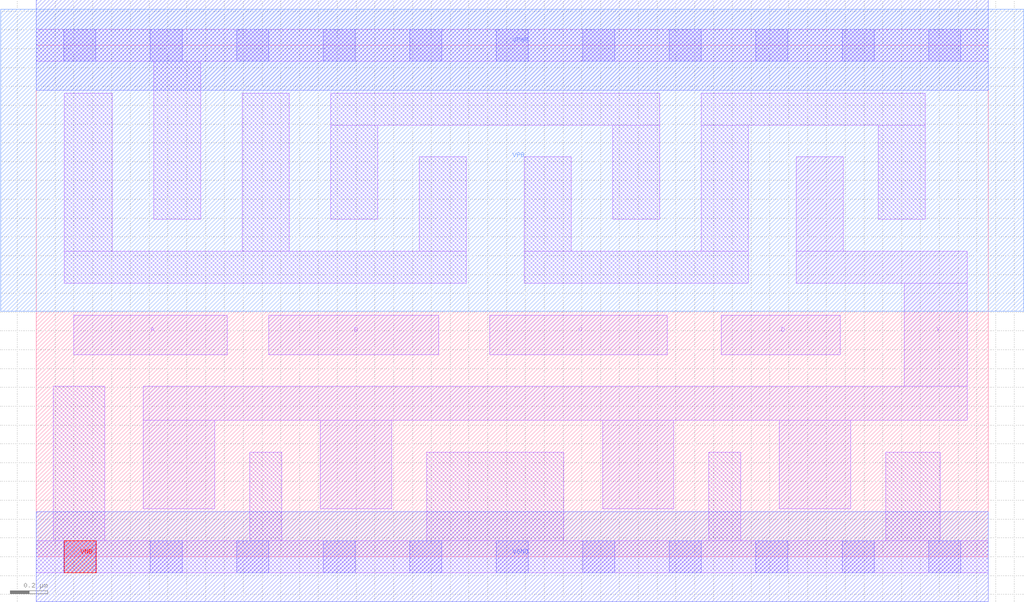
<source format=lef>
# Copyright 2020 The SkyWater PDK Authors
#
# Licensed under the Apache License, Version 2.0 (the "License");
# you may not use this file except in compliance with the License.
# You may obtain a copy of the License at
#
#     https://www.apache.org/licenses/LICENSE-2.0
#
# Unless required by applicable law or agreed to in writing, software
# distributed under the License is distributed on an "AS IS" BASIS,
# WITHOUT WARRANTIES OR CONDITIONS OF ANY KIND, either express or implied.
# See the License for the specific language governing permissions and
# limitations under the License.
#
# SPDX-License-Identifier: Apache-2.0

VERSION 5.7 ;
  NOWIREEXTENSIONATPIN ON ;
  DIVIDERCHAR "/" ;
  BUSBITCHARS "[]" ;
PROPERTYDEFINITIONS
  MACRO maskLayoutSubType STRING ;
  MACRO prCellType STRING ;
  MACRO originalViewName STRING ;
END PROPERTYDEFINITIONS
MACRO sky130_fd_sc_hdll__nor4_2
  CLASS CORE ;
  FOREIGN sky130_fd_sc_hdll__nor4_2 ;
  ORIGIN  0.000000  0.000000 ;
  SIZE  5.060000 BY  2.720000 ;
  SYMMETRY X Y R90 ;
  SITE unithd ;
  PIN A
    ANTENNAGATEAREA  0.555000 ;
    DIRECTION INPUT ;
    USE SIGNAL ;
    PORT
      LAYER li1 ;
        RECT 0.200000 1.075000 1.015000 1.285000 ;
    END
  END A
  PIN B
    ANTENNAGATEAREA  0.555000 ;
    DIRECTION INPUT ;
    USE SIGNAL ;
    PORT
      LAYER li1 ;
        RECT 1.235000 1.075000 2.140000 1.285000 ;
    END
  END B
  PIN C
    ANTENNAGATEAREA  0.555000 ;
    DIRECTION INPUT ;
    USE SIGNAL ;
    PORT
      LAYER li1 ;
        RECT 2.410000 1.075000 3.355000 1.285000 ;
    END
  END C
  PIN D
    ANTENNAGATEAREA  0.555000 ;
    DIRECTION INPUT ;
    USE SIGNAL ;
    PORT
      LAYER li1 ;
        RECT 3.640000 1.075000 4.275000 1.285000 ;
    END
  END D
  PIN VGND
    ANTENNADIFFAREA  1.066000 ;
    DIRECTION INOUT ;
    USE SIGNAL ;
    PORT
      LAYER met1 ;
        RECT 0.000000 -0.240000 5.060000 0.240000 ;
    END
  END VGND
  PIN VNB
    PORT
      LAYER pwell ;
        RECT 0.150000 -0.085000 0.320000 0.085000 ;
    END
  END VNB
  PIN VPB
    PORT
      LAYER nwell ;
        RECT -0.190000 1.305000 5.250000 2.910000 ;
    END
  END VPB
  PIN VPWR
    ANTENNADIFFAREA  0.290000 ;
    DIRECTION INOUT ;
    USE SIGNAL ;
    PORT
      LAYER met1 ;
        RECT 0.000000 2.480000 5.060000 2.960000 ;
    END
  END VPWR
  PIN Y
    ANTENNADIFFAREA  1.252000 ;
    DIRECTION OUTPUT ;
    USE SIGNAL ;
    PORT
      LAYER li1 ;
        RECT 0.570000 0.255000 0.950000 0.725000 ;
        RECT 0.570000 0.725000 4.950000 0.905000 ;
        RECT 1.510000 0.255000 1.890000 0.725000 ;
        RECT 3.010000 0.255000 3.390000 0.725000 ;
        RECT 3.950000 0.255000 4.330000 0.725000 ;
        RECT 4.040000 1.455000 4.950000 1.625000 ;
        RECT 4.040000 1.625000 4.290000 2.125000 ;
        RECT 4.615000 0.905000 4.950000 1.455000 ;
    END
  END Y
  OBS
    LAYER li1 ;
      RECT 0.000000 -0.085000 5.060000 0.085000 ;
      RECT 0.000000  2.635000 5.060000 2.805000 ;
      RECT 0.090000  0.085000 0.365000 0.905000 ;
      RECT 0.150000  1.455000 2.285000 1.625000 ;
      RECT 0.150000  1.625000 0.405000 2.465000 ;
      RECT 0.625000  1.795000 0.875000 2.635000 ;
      RECT 1.095000  1.625000 1.345000 2.465000 ;
      RECT 1.135000  0.085000 1.305000 0.555000 ;
      RECT 1.565000  1.795000 1.815000 2.295000 ;
      RECT 1.565000  2.295000 3.315000 2.465000 ;
      RECT 2.035000  1.625000 2.285000 2.125000 ;
      RECT 2.075000  0.085000 2.805000 0.555000 ;
      RECT 2.595000  1.455000 3.785000 1.625000 ;
      RECT 2.595000  1.625000 2.845000 2.125000 ;
      RECT 3.065000  1.795000 3.315000 2.295000 ;
      RECT 3.535000  1.625000 3.785000 2.295000 ;
      RECT 3.535000  2.295000 4.725000 2.465000 ;
      RECT 3.575000  0.085000 3.745000 0.555000 ;
      RECT 4.475000  1.795000 4.725000 2.295000 ;
      RECT 4.515000  0.085000 4.805000 0.555000 ;
    LAYER mcon ;
      RECT 0.145000 -0.085000 0.315000 0.085000 ;
      RECT 0.145000  2.635000 0.315000 2.805000 ;
      RECT 0.605000 -0.085000 0.775000 0.085000 ;
      RECT 0.605000  2.635000 0.775000 2.805000 ;
      RECT 1.065000 -0.085000 1.235000 0.085000 ;
      RECT 1.065000  2.635000 1.235000 2.805000 ;
      RECT 1.525000 -0.085000 1.695000 0.085000 ;
      RECT 1.525000  2.635000 1.695000 2.805000 ;
      RECT 1.985000 -0.085000 2.155000 0.085000 ;
      RECT 1.985000  2.635000 2.155000 2.805000 ;
      RECT 2.445000 -0.085000 2.615000 0.085000 ;
      RECT 2.445000  2.635000 2.615000 2.805000 ;
      RECT 2.905000 -0.085000 3.075000 0.085000 ;
      RECT 2.905000  2.635000 3.075000 2.805000 ;
      RECT 3.365000 -0.085000 3.535000 0.085000 ;
      RECT 3.365000  2.635000 3.535000 2.805000 ;
      RECT 3.825000 -0.085000 3.995000 0.085000 ;
      RECT 3.825000  2.635000 3.995000 2.805000 ;
      RECT 4.285000 -0.085000 4.455000 0.085000 ;
      RECT 4.285000  2.635000 4.455000 2.805000 ;
      RECT 4.745000 -0.085000 4.915000 0.085000 ;
      RECT 4.745000  2.635000 4.915000 2.805000 ;
  END
  PROPERTY maskLayoutSubType "abstract" ;
  PROPERTY prCellType "standard" ;
  PROPERTY originalViewName "layout" ;
END sky130_fd_sc_hdll__nor4_2
END LIBRARY

</source>
